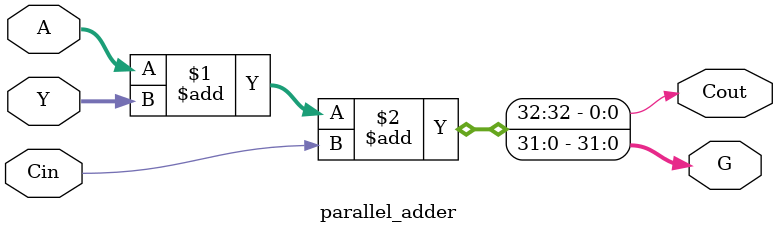
<source format=v>


module parallel_adder(
    input [31:0] A,
    input [31:0] Y,
    input Cin,
    output [31:0] G,
    output Cout
    );

    assign {Cout, G} = A + Y + Cin;

endmodule

</source>
